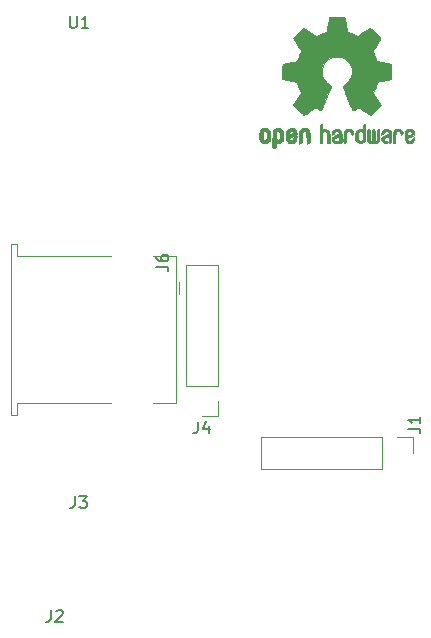
<source format=gbr>
G04 #@! TF.GenerationSoftware,KiCad,Pcbnew,5.1.4*
G04 #@! TF.CreationDate,2019-09-30T21:36:49+02:00*
G04 #@! TF.ProjectId,Multiboard,4d756c74-6962-46f6-9172-642e6b696361,rev?*
G04 #@! TF.SameCoordinates,Original*
G04 #@! TF.FileFunction,Legend,Top*
G04 #@! TF.FilePolarity,Positive*
%FSLAX46Y46*%
G04 Gerber Fmt 4.6, Leading zero omitted, Abs format (unit mm)*
G04 Created by KiCad (PCBNEW 5.1.4) date 2019-09-30 21:36:49*
%MOMM*%
%LPD*%
G04 APERTURE LIST*
%ADD10C,0.010000*%
%ADD11C,0.120000*%
%ADD12C,0.150000*%
G04 APERTURE END LIST*
D10*
G36*
X155149014Y-46268998D02*
G01*
X155307006Y-46269863D01*
X155421347Y-46272205D01*
X155499407Y-46276762D01*
X155548554Y-46284270D01*
X155576159Y-46295466D01*
X155589592Y-46311088D01*
X155596221Y-46331873D01*
X155596865Y-46334563D01*
X155606935Y-46383113D01*
X155625575Y-46478905D01*
X155650845Y-46611743D01*
X155680807Y-46771431D01*
X155713522Y-46947774D01*
X155714664Y-46953967D01*
X155747433Y-47126782D01*
X155778093Y-47279469D01*
X155804664Y-47402871D01*
X155825167Y-47487831D01*
X155837626Y-47525190D01*
X155838220Y-47525852D01*
X155874919Y-47544095D01*
X155950586Y-47574497D01*
X156048878Y-47610493D01*
X156049425Y-47610685D01*
X156173233Y-47657222D01*
X156319196Y-47716504D01*
X156456781Y-47776109D01*
X156463293Y-47779056D01*
X156687390Y-47880765D01*
X157183619Y-47541897D01*
X157335846Y-47438592D01*
X157473741Y-47346237D01*
X157589315Y-47270084D01*
X157674579Y-47215385D01*
X157721544Y-47187393D01*
X157726004Y-47185317D01*
X157760134Y-47194560D01*
X157823881Y-47239156D01*
X157919731Y-47321209D01*
X158050169Y-47442821D01*
X158183328Y-47572205D01*
X158311694Y-47699702D01*
X158426581Y-47816046D01*
X158521073Y-47914052D01*
X158588253Y-47986536D01*
X158621206Y-48026313D01*
X158622432Y-48028361D01*
X158626074Y-48055656D01*
X158612350Y-48100234D01*
X158577869Y-48168112D01*
X158519239Y-48265311D01*
X158433070Y-48397851D01*
X158318200Y-48568476D01*
X158216254Y-48718655D01*
X158125123Y-48853350D01*
X158050073Y-48964740D01*
X157996369Y-49045005D01*
X157969280Y-49086325D01*
X157967574Y-49089130D01*
X157970882Y-49128721D01*
X157995953Y-49205669D01*
X158037798Y-49305432D01*
X158052712Y-49337291D01*
X158117786Y-49479226D01*
X158187212Y-49640273D01*
X158243609Y-49779621D01*
X158284247Y-49883044D01*
X158316526Y-49961642D01*
X158335178Y-50002720D01*
X158337497Y-50005885D01*
X158371803Y-50011128D01*
X158452669Y-50025494D01*
X158569343Y-50046937D01*
X158711075Y-50073413D01*
X158867110Y-50102877D01*
X159026698Y-50133283D01*
X159179085Y-50162588D01*
X159313521Y-50188745D01*
X159419252Y-50209710D01*
X159485526Y-50223439D01*
X159501782Y-50227320D01*
X159518573Y-50236900D01*
X159531249Y-50258536D01*
X159540378Y-50299531D01*
X159546531Y-50367189D01*
X159550280Y-50468812D01*
X159552192Y-50611703D01*
X159552840Y-50803165D01*
X159552874Y-50881645D01*
X159552874Y-51519906D01*
X159399598Y-51550160D01*
X159314322Y-51566564D01*
X159187070Y-51590509D01*
X159033315Y-51619107D01*
X158868534Y-51649467D01*
X158822989Y-51657806D01*
X158670932Y-51687370D01*
X158538468Y-51716442D01*
X158436714Y-51742329D01*
X158376788Y-51762337D01*
X158366805Y-51768301D01*
X158342293Y-51810534D01*
X158307148Y-51892370D01*
X158268173Y-51997683D01*
X158260442Y-52020368D01*
X158209360Y-52161018D01*
X158145954Y-52319714D01*
X158083904Y-52462225D01*
X158083598Y-52462886D01*
X157980267Y-52686440D01*
X158659961Y-53686232D01*
X158223621Y-54123300D01*
X158091649Y-54253381D01*
X157971279Y-54368048D01*
X157869273Y-54461181D01*
X157792391Y-54526658D01*
X157747393Y-54558357D01*
X157740938Y-54560368D01*
X157703040Y-54544529D01*
X157625708Y-54500496D01*
X157517389Y-54433490D01*
X157386532Y-54348734D01*
X157245052Y-54253816D01*
X157101461Y-54156998D01*
X156973435Y-54072751D01*
X156869105Y-54006258D01*
X156796600Y-53962702D01*
X156764158Y-53947264D01*
X156724576Y-53960328D01*
X156649519Y-53994750D01*
X156554468Y-54043380D01*
X156544392Y-54048785D01*
X156416391Y-54112980D01*
X156328618Y-54144463D01*
X156274028Y-54144798D01*
X156245575Y-54115548D01*
X156245410Y-54115138D01*
X156231188Y-54080498D01*
X156197269Y-53998269D01*
X156146284Y-53874814D01*
X156080862Y-53716498D01*
X156003634Y-53529686D01*
X155917229Y-53320742D01*
X155833551Y-53118446D01*
X155741588Y-52895200D01*
X155657150Y-52688392D01*
X155582769Y-52504362D01*
X155520974Y-52349451D01*
X155474297Y-52229996D01*
X155445268Y-52152339D01*
X155436322Y-52123356D01*
X155458756Y-52090110D01*
X155517439Y-52037123D01*
X155595689Y-51978704D01*
X155818534Y-51793952D01*
X155992718Y-51582182D01*
X156116154Y-51347856D01*
X156186754Y-51095434D01*
X156202431Y-50829377D01*
X156191036Y-50706575D01*
X156128950Y-50451793D01*
X156022023Y-50226801D01*
X155876889Y-50033817D01*
X155700178Y-49875061D01*
X155498522Y-49752750D01*
X155278554Y-49669105D01*
X155046906Y-49626344D01*
X154810209Y-49626687D01*
X154575095Y-49672352D01*
X154348196Y-49765559D01*
X154136144Y-49908527D01*
X154047636Y-49989383D01*
X153877889Y-50197007D01*
X153759699Y-50423895D01*
X153692278Y-50663433D01*
X153674840Y-50909007D01*
X153706598Y-51154003D01*
X153786765Y-51391808D01*
X153914555Y-51615807D01*
X154089180Y-51819387D01*
X154284312Y-51978704D01*
X154365591Y-52039602D01*
X154423009Y-52092015D01*
X154443678Y-52123406D01*
X154432856Y-52157639D01*
X154402077Y-52239419D01*
X154353874Y-52362407D01*
X154290778Y-52520263D01*
X154215322Y-52706649D01*
X154130038Y-52915226D01*
X154046219Y-53118496D01*
X153953745Y-53341933D01*
X153868089Y-53548984D01*
X153791882Y-53733286D01*
X153727753Y-53888475D01*
X153678332Y-54008188D01*
X153646248Y-54086061D01*
X153634359Y-54115138D01*
X153606274Y-54144677D01*
X153551949Y-54144591D01*
X153464395Y-54113326D01*
X153336619Y-54049329D01*
X153335608Y-54048785D01*
X153239402Y-53999121D01*
X153161631Y-53962945D01*
X153117777Y-53947408D01*
X153115842Y-53947264D01*
X153082829Y-53963024D01*
X153009946Y-54006850D01*
X152905322Y-54073557D01*
X152777090Y-54157964D01*
X152634948Y-54253816D01*
X152490233Y-54350867D01*
X152359804Y-54435270D01*
X152252110Y-54501801D01*
X152175598Y-54545238D01*
X152139062Y-54560368D01*
X152105418Y-54540482D01*
X152037776Y-54484903D01*
X151942893Y-54399754D01*
X151827530Y-54291153D01*
X151698445Y-54165221D01*
X151656229Y-54123149D01*
X151219739Y-53685931D01*
X151551977Y-53198340D01*
X151652946Y-53048605D01*
X151741562Y-52914220D01*
X151812854Y-52802969D01*
X151861850Y-52722639D01*
X151883578Y-52681014D01*
X151884215Y-52678053D01*
X151872760Y-52638818D01*
X151841949Y-52559895D01*
X151797116Y-52454509D01*
X151765647Y-52383954D01*
X151706808Y-52248876D01*
X151651396Y-52112409D01*
X151608436Y-51997103D01*
X151596766Y-51961977D01*
X151563611Y-51868174D01*
X151531201Y-51795694D01*
X151513399Y-51768301D01*
X151474114Y-51751536D01*
X151388374Y-51727770D01*
X151267303Y-51699697D01*
X151122027Y-51670009D01*
X151057012Y-51657806D01*
X150891913Y-51627468D01*
X150733552Y-51598093D01*
X150597404Y-51572569D01*
X150498943Y-51553785D01*
X150480402Y-51550160D01*
X150327127Y-51519906D01*
X150327127Y-50881645D01*
X150327471Y-50671770D01*
X150328884Y-50512980D01*
X150331936Y-50397973D01*
X150337197Y-50319446D01*
X150345237Y-50270096D01*
X150356627Y-50242619D01*
X150371937Y-50229713D01*
X150378218Y-50227320D01*
X150416104Y-50218833D01*
X150499805Y-50201900D01*
X150618567Y-50178566D01*
X150761639Y-50150875D01*
X150918268Y-50120873D01*
X151077703Y-50090604D01*
X151229191Y-50062115D01*
X151361981Y-50037449D01*
X151465319Y-50018651D01*
X151528455Y-50007767D01*
X151542503Y-50005885D01*
X151555230Y-49980704D01*
X151583400Y-49913622D01*
X151621748Y-49817333D01*
X151636391Y-49779621D01*
X151695452Y-49633921D01*
X151765000Y-49472951D01*
X151827288Y-49337291D01*
X151873121Y-49233561D01*
X151903613Y-49148326D01*
X151913792Y-49096126D01*
X151912169Y-49089130D01*
X151890657Y-49056102D01*
X151841535Y-48982643D01*
X151770077Y-48876577D01*
X151681555Y-48745726D01*
X151581241Y-48597912D01*
X151561406Y-48568734D01*
X151445012Y-48395863D01*
X151359452Y-48264226D01*
X151301316Y-48167761D01*
X151267192Y-48100408D01*
X151253669Y-48056106D01*
X151257336Y-48028794D01*
X151257430Y-48028620D01*
X151286293Y-47992746D01*
X151350133Y-47923391D01*
X151442031Y-47827745D01*
X151555067Y-47712999D01*
X151682321Y-47586341D01*
X151696672Y-47572205D01*
X151857043Y-47416903D01*
X151980805Y-47302870D01*
X152070445Y-47228002D01*
X152128448Y-47190196D01*
X152153996Y-47185317D01*
X152191282Y-47206603D01*
X152268657Y-47255773D01*
X152378133Y-47327575D01*
X152511720Y-47416755D01*
X152661430Y-47518063D01*
X152696382Y-47541897D01*
X153192610Y-47880765D01*
X153416707Y-47779056D01*
X153552989Y-47719783D01*
X153699276Y-47660170D01*
X153825035Y-47612640D01*
X153830575Y-47610685D01*
X153928943Y-47574677D01*
X154004771Y-47544229D01*
X154041718Y-47525905D01*
X154041780Y-47525852D01*
X154053504Y-47492729D01*
X154073432Y-47411267D01*
X154099587Y-47290625D01*
X154129990Y-47139959D01*
X154162663Y-46968428D01*
X154165336Y-46953967D01*
X154198110Y-46777235D01*
X154228198Y-46616810D01*
X154253661Y-46482888D01*
X154272559Y-46385663D01*
X154282953Y-46335332D01*
X154283135Y-46334563D01*
X154289461Y-46313153D01*
X154301761Y-46296988D01*
X154327406Y-46285331D01*
X154373765Y-46277445D01*
X154448208Y-46272593D01*
X154558105Y-46270039D01*
X154710825Y-46269045D01*
X154913738Y-46268874D01*
X154940000Y-46268874D01*
X155149014Y-46268998D01*
X155149014Y-46268998D01*
G37*
X155149014Y-46268998D02*
X155307006Y-46269863D01*
X155421347Y-46272205D01*
X155499407Y-46276762D01*
X155548554Y-46284270D01*
X155576159Y-46295466D01*
X155589592Y-46311088D01*
X155596221Y-46331873D01*
X155596865Y-46334563D01*
X155606935Y-46383113D01*
X155625575Y-46478905D01*
X155650845Y-46611743D01*
X155680807Y-46771431D01*
X155713522Y-46947774D01*
X155714664Y-46953967D01*
X155747433Y-47126782D01*
X155778093Y-47279469D01*
X155804664Y-47402871D01*
X155825167Y-47487831D01*
X155837626Y-47525190D01*
X155838220Y-47525852D01*
X155874919Y-47544095D01*
X155950586Y-47574497D01*
X156048878Y-47610493D01*
X156049425Y-47610685D01*
X156173233Y-47657222D01*
X156319196Y-47716504D01*
X156456781Y-47776109D01*
X156463293Y-47779056D01*
X156687390Y-47880765D01*
X157183619Y-47541897D01*
X157335846Y-47438592D01*
X157473741Y-47346237D01*
X157589315Y-47270084D01*
X157674579Y-47215385D01*
X157721544Y-47187393D01*
X157726004Y-47185317D01*
X157760134Y-47194560D01*
X157823881Y-47239156D01*
X157919731Y-47321209D01*
X158050169Y-47442821D01*
X158183328Y-47572205D01*
X158311694Y-47699702D01*
X158426581Y-47816046D01*
X158521073Y-47914052D01*
X158588253Y-47986536D01*
X158621206Y-48026313D01*
X158622432Y-48028361D01*
X158626074Y-48055656D01*
X158612350Y-48100234D01*
X158577869Y-48168112D01*
X158519239Y-48265311D01*
X158433070Y-48397851D01*
X158318200Y-48568476D01*
X158216254Y-48718655D01*
X158125123Y-48853350D01*
X158050073Y-48964740D01*
X157996369Y-49045005D01*
X157969280Y-49086325D01*
X157967574Y-49089130D01*
X157970882Y-49128721D01*
X157995953Y-49205669D01*
X158037798Y-49305432D01*
X158052712Y-49337291D01*
X158117786Y-49479226D01*
X158187212Y-49640273D01*
X158243609Y-49779621D01*
X158284247Y-49883044D01*
X158316526Y-49961642D01*
X158335178Y-50002720D01*
X158337497Y-50005885D01*
X158371803Y-50011128D01*
X158452669Y-50025494D01*
X158569343Y-50046937D01*
X158711075Y-50073413D01*
X158867110Y-50102877D01*
X159026698Y-50133283D01*
X159179085Y-50162588D01*
X159313521Y-50188745D01*
X159419252Y-50209710D01*
X159485526Y-50223439D01*
X159501782Y-50227320D01*
X159518573Y-50236900D01*
X159531249Y-50258536D01*
X159540378Y-50299531D01*
X159546531Y-50367189D01*
X159550280Y-50468812D01*
X159552192Y-50611703D01*
X159552840Y-50803165D01*
X159552874Y-50881645D01*
X159552874Y-51519906D01*
X159399598Y-51550160D01*
X159314322Y-51566564D01*
X159187070Y-51590509D01*
X159033315Y-51619107D01*
X158868534Y-51649467D01*
X158822989Y-51657806D01*
X158670932Y-51687370D01*
X158538468Y-51716442D01*
X158436714Y-51742329D01*
X158376788Y-51762337D01*
X158366805Y-51768301D01*
X158342293Y-51810534D01*
X158307148Y-51892370D01*
X158268173Y-51997683D01*
X158260442Y-52020368D01*
X158209360Y-52161018D01*
X158145954Y-52319714D01*
X158083904Y-52462225D01*
X158083598Y-52462886D01*
X157980267Y-52686440D01*
X158659961Y-53686232D01*
X158223621Y-54123300D01*
X158091649Y-54253381D01*
X157971279Y-54368048D01*
X157869273Y-54461181D01*
X157792391Y-54526658D01*
X157747393Y-54558357D01*
X157740938Y-54560368D01*
X157703040Y-54544529D01*
X157625708Y-54500496D01*
X157517389Y-54433490D01*
X157386532Y-54348734D01*
X157245052Y-54253816D01*
X157101461Y-54156998D01*
X156973435Y-54072751D01*
X156869105Y-54006258D01*
X156796600Y-53962702D01*
X156764158Y-53947264D01*
X156724576Y-53960328D01*
X156649519Y-53994750D01*
X156554468Y-54043380D01*
X156544392Y-54048785D01*
X156416391Y-54112980D01*
X156328618Y-54144463D01*
X156274028Y-54144798D01*
X156245575Y-54115548D01*
X156245410Y-54115138D01*
X156231188Y-54080498D01*
X156197269Y-53998269D01*
X156146284Y-53874814D01*
X156080862Y-53716498D01*
X156003634Y-53529686D01*
X155917229Y-53320742D01*
X155833551Y-53118446D01*
X155741588Y-52895200D01*
X155657150Y-52688392D01*
X155582769Y-52504362D01*
X155520974Y-52349451D01*
X155474297Y-52229996D01*
X155445268Y-52152339D01*
X155436322Y-52123356D01*
X155458756Y-52090110D01*
X155517439Y-52037123D01*
X155595689Y-51978704D01*
X155818534Y-51793952D01*
X155992718Y-51582182D01*
X156116154Y-51347856D01*
X156186754Y-51095434D01*
X156202431Y-50829377D01*
X156191036Y-50706575D01*
X156128950Y-50451793D01*
X156022023Y-50226801D01*
X155876889Y-50033817D01*
X155700178Y-49875061D01*
X155498522Y-49752750D01*
X155278554Y-49669105D01*
X155046906Y-49626344D01*
X154810209Y-49626687D01*
X154575095Y-49672352D01*
X154348196Y-49765559D01*
X154136144Y-49908527D01*
X154047636Y-49989383D01*
X153877889Y-50197007D01*
X153759699Y-50423895D01*
X153692278Y-50663433D01*
X153674840Y-50909007D01*
X153706598Y-51154003D01*
X153786765Y-51391808D01*
X153914555Y-51615807D01*
X154089180Y-51819387D01*
X154284312Y-51978704D01*
X154365591Y-52039602D01*
X154423009Y-52092015D01*
X154443678Y-52123406D01*
X154432856Y-52157639D01*
X154402077Y-52239419D01*
X154353874Y-52362407D01*
X154290778Y-52520263D01*
X154215322Y-52706649D01*
X154130038Y-52915226D01*
X154046219Y-53118496D01*
X153953745Y-53341933D01*
X153868089Y-53548984D01*
X153791882Y-53733286D01*
X153727753Y-53888475D01*
X153678332Y-54008188D01*
X153646248Y-54086061D01*
X153634359Y-54115138D01*
X153606274Y-54144677D01*
X153551949Y-54144591D01*
X153464395Y-54113326D01*
X153336619Y-54049329D01*
X153335608Y-54048785D01*
X153239402Y-53999121D01*
X153161631Y-53962945D01*
X153117777Y-53947408D01*
X153115842Y-53947264D01*
X153082829Y-53963024D01*
X153009946Y-54006850D01*
X152905322Y-54073557D01*
X152777090Y-54157964D01*
X152634948Y-54253816D01*
X152490233Y-54350867D01*
X152359804Y-54435270D01*
X152252110Y-54501801D01*
X152175598Y-54545238D01*
X152139062Y-54560368D01*
X152105418Y-54540482D01*
X152037776Y-54484903D01*
X151942893Y-54399754D01*
X151827530Y-54291153D01*
X151698445Y-54165221D01*
X151656229Y-54123149D01*
X151219739Y-53685931D01*
X151551977Y-53198340D01*
X151652946Y-53048605D01*
X151741562Y-52914220D01*
X151812854Y-52802969D01*
X151861850Y-52722639D01*
X151883578Y-52681014D01*
X151884215Y-52678053D01*
X151872760Y-52638818D01*
X151841949Y-52559895D01*
X151797116Y-52454509D01*
X151765647Y-52383954D01*
X151706808Y-52248876D01*
X151651396Y-52112409D01*
X151608436Y-51997103D01*
X151596766Y-51961977D01*
X151563611Y-51868174D01*
X151531201Y-51795694D01*
X151513399Y-51768301D01*
X151474114Y-51751536D01*
X151388374Y-51727770D01*
X151267303Y-51699697D01*
X151122027Y-51670009D01*
X151057012Y-51657806D01*
X150891913Y-51627468D01*
X150733552Y-51598093D01*
X150597404Y-51572569D01*
X150498943Y-51553785D01*
X150480402Y-51550160D01*
X150327127Y-51519906D01*
X150327127Y-50881645D01*
X150327471Y-50671770D01*
X150328884Y-50512980D01*
X150331936Y-50397973D01*
X150337197Y-50319446D01*
X150345237Y-50270096D01*
X150356627Y-50242619D01*
X150371937Y-50229713D01*
X150378218Y-50227320D01*
X150416104Y-50218833D01*
X150499805Y-50201900D01*
X150618567Y-50178566D01*
X150761639Y-50150875D01*
X150918268Y-50120873D01*
X151077703Y-50090604D01*
X151229191Y-50062115D01*
X151361981Y-50037449D01*
X151465319Y-50018651D01*
X151528455Y-50007767D01*
X151542503Y-50005885D01*
X151555230Y-49980704D01*
X151583400Y-49913622D01*
X151621748Y-49817333D01*
X151636391Y-49779621D01*
X151695452Y-49633921D01*
X151765000Y-49472951D01*
X151827288Y-49337291D01*
X151873121Y-49233561D01*
X151903613Y-49148326D01*
X151913792Y-49096126D01*
X151912169Y-49089130D01*
X151890657Y-49056102D01*
X151841535Y-48982643D01*
X151770077Y-48876577D01*
X151681555Y-48745726D01*
X151581241Y-48597912D01*
X151561406Y-48568734D01*
X151445012Y-48395863D01*
X151359452Y-48264226D01*
X151301316Y-48167761D01*
X151267192Y-48100408D01*
X151253669Y-48056106D01*
X151257336Y-48028794D01*
X151257430Y-48028620D01*
X151286293Y-47992746D01*
X151350133Y-47923391D01*
X151442031Y-47827745D01*
X151555067Y-47712999D01*
X151682321Y-47586341D01*
X151696672Y-47572205D01*
X151857043Y-47416903D01*
X151980805Y-47302870D01*
X152070445Y-47228002D01*
X152128448Y-47190196D01*
X152153996Y-47185317D01*
X152191282Y-47206603D01*
X152268657Y-47255773D01*
X152378133Y-47327575D01*
X152511720Y-47416755D01*
X152661430Y-47518063D01*
X152696382Y-47541897D01*
X153192610Y-47880765D01*
X153416707Y-47779056D01*
X153552989Y-47719783D01*
X153699276Y-47660170D01*
X153825035Y-47612640D01*
X153830575Y-47610685D01*
X153928943Y-47574677D01*
X154004771Y-47544229D01*
X154041718Y-47525905D01*
X154041780Y-47525852D01*
X154053504Y-47492729D01*
X154073432Y-47411267D01*
X154099587Y-47290625D01*
X154129990Y-47139959D01*
X154162663Y-46968428D01*
X154165336Y-46953967D01*
X154198110Y-46777235D01*
X154228198Y-46616810D01*
X154253661Y-46482888D01*
X154272559Y-46385663D01*
X154282953Y-46335332D01*
X154283135Y-46334563D01*
X154289461Y-46313153D01*
X154301761Y-46296988D01*
X154327406Y-46285331D01*
X154373765Y-46277445D01*
X154448208Y-46272593D01*
X154558105Y-46270039D01*
X154710825Y-46269045D01*
X154913738Y-46268874D01*
X154940000Y-46268874D01*
X155149014Y-46268998D01*
G36*
X161283439Y-55772540D02*
G01*
X161398950Y-55848034D01*
X161454664Y-55915617D01*
X161498804Y-56038255D01*
X161502309Y-56135298D01*
X161494368Y-56265056D01*
X161195115Y-56396039D01*
X161049611Y-56462958D01*
X160954537Y-56516790D01*
X160905101Y-56563416D01*
X160896511Y-56608720D01*
X160923972Y-56658582D01*
X160954253Y-56691632D01*
X161042363Y-56744633D01*
X161138196Y-56748347D01*
X161226212Y-56707041D01*
X161290869Y-56624983D01*
X161302433Y-56596008D01*
X161357825Y-56505509D01*
X161421553Y-56466940D01*
X161508966Y-56433946D01*
X161508966Y-56559034D01*
X161501238Y-56644156D01*
X161470966Y-56715938D01*
X161407518Y-56798356D01*
X161398088Y-56809066D01*
X161327513Y-56882391D01*
X161266847Y-56921742D01*
X161190950Y-56939845D01*
X161128030Y-56945774D01*
X161015487Y-56947251D01*
X160935370Y-56928535D01*
X160885390Y-56900747D01*
X160806838Y-56839641D01*
X160752463Y-56773554D01*
X160718052Y-56690441D01*
X160699388Y-56578254D01*
X160692256Y-56424946D01*
X160691687Y-56347136D01*
X160693622Y-56253853D01*
X160869899Y-56253853D01*
X160871944Y-56303896D01*
X160877039Y-56312092D01*
X160910666Y-56300958D01*
X160983030Y-56271493D01*
X161079747Y-56229601D01*
X161099973Y-56220597D01*
X161222203Y-56158442D01*
X161289547Y-56103815D01*
X161304348Y-56052649D01*
X161268947Y-56000876D01*
X161239711Y-55978000D01*
X161134216Y-55932250D01*
X161035476Y-55939808D01*
X160952812Y-55995651D01*
X160895548Y-56094753D01*
X160877188Y-56173414D01*
X160869899Y-56253853D01*
X160693622Y-56253853D01*
X160695459Y-56165351D01*
X160709359Y-56030853D01*
X160736894Y-55932916D01*
X160781572Y-55860811D01*
X160846901Y-55803813D01*
X160875383Y-55785393D01*
X161004763Y-55737422D01*
X161146412Y-55734403D01*
X161283439Y-55772540D01*
X161283439Y-55772540D01*
G37*
X161283439Y-55772540D02*
X161398950Y-55848034D01*
X161454664Y-55915617D01*
X161498804Y-56038255D01*
X161502309Y-56135298D01*
X161494368Y-56265056D01*
X161195115Y-56396039D01*
X161049611Y-56462958D01*
X160954537Y-56516790D01*
X160905101Y-56563416D01*
X160896511Y-56608720D01*
X160923972Y-56658582D01*
X160954253Y-56691632D01*
X161042363Y-56744633D01*
X161138196Y-56748347D01*
X161226212Y-56707041D01*
X161290869Y-56624983D01*
X161302433Y-56596008D01*
X161357825Y-56505509D01*
X161421553Y-56466940D01*
X161508966Y-56433946D01*
X161508966Y-56559034D01*
X161501238Y-56644156D01*
X161470966Y-56715938D01*
X161407518Y-56798356D01*
X161398088Y-56809066D01*
X161327513Y-56882391D01*
X161266847Y-56921742D01*
X161190950Y-56939845D01*
X161128030Y-56945774D01*
X161015487Y-56947251D01*
X160935370Y-56928535D01*
X160885390Y-56900747D01*
X160806838Y-56839641D01*
X160752463Y-56773554D01*
X160718052Y-56690441D01*
X160699388Y-56578254D01*
X160692256Y-56424946D01*
X160691687Y-56347136D01*
X160693622Y-56253853D01*
X160869899Y-56253853D01*
X160871944Y-56303896D01*
X160877039Y-56312092D01*
X160910666Y-56300958D01*
X160983030Y-56271493D01*
X161079747Y-56229601D01*
X161099973Y-56220597D01*
X161222203Y-56158442D01*
X161289547Y-56103815D01*
X161304348Y-56052649D01*
X161268947Y-56000876D01*
X161239711Y-55978000D01*
X161134216Y-55932250D01*
X161035476Y-55939808D01*
X160952812Y-55995651D01*
X160895548Y-56094753D01*
X160877188Y-56173414D01*
X160869899Y-56253853D01*
X160693622Y-56253853D01*
X160695459Y-56165351D01*
X160709359Y-56030853D01*
X160736894Y-55932916D01*
X160781572Y-55860811D01*
X160846901Y-55803813D01*
X160875383Y-55785393D01*
X161004763Y-55737422D01*
X161146412Y-55734403D01*
X161283439Y-55772540D01*
G36*
X160275690Y-55756018D02*
G01*
X160310585Y-55771269D01*
X160393877Y-55837235D01*
X160465103Y-55932618D01*
X160509153Y-56034406D01*
X160516322Y-56084587D01*
X160492285Y-56154647D01*
X160439561Y-56191717D01*
X160383031Y-56214164D01*
X160357146Y-56218300D01*
X160344542Y-56188283D01*
X160319654Y-56122961D01*
X160308735Y-56093445D01*
X160247508Y-55991348D01*
X160158861Y-55940423D01*
X160045193Y-55941989D01*
X160036774Y-55943994D01*
X159976088Y-55972767D01*
X159931474Y-56028859D01*
X159901002Y-56119163D01*
X159882744Y-56250571D01*
X159874771Y-56429974D01*
X159874023Y-56525433D01*
X159873652Y-56675913D01*
X159871223Y-56778495D01*
X159864760Y-56843672D01*
X159852288Y-56881938D01*
X159831833Y-56903785D01*
X159801419Y-56919707D01*
X159799661Y-56920509D01*
X159741091Y-56945272D01*
X159712075Y-56954391D01*
X159707616Y-56926822D01*
X159703799Y-56850620D01*
X159700899Y-56735541D01*
X159699191Y-56591341D01*
X159698851Y-56485814D01*
X159700588Y-56281613D01*
X159707382Y-56126697D01*
X159721607Y-56012024D01*
X159745638Y-55928551D01*
X159781848Y-55867236D01*
X159832612Y-55819034D01*
X159882739Y-55785393D01*
X160003275Y-55740619D01*
X160143557Y-55730521D01*
X160275690Y-55756018D01*
X160275690Y-55756018D01*
G37*
X160275690Y-55756018D02*
X160310585Y-55771269D01*
X160393877Y-55837235D01*
X160465103Y-55932618D01*
X160509153Y-56034406D01*
X160516322Y-56084587D01*
X160492285Y-56154647D01*
X160439561Y-56191717D01*
X160383031Y-56214164D01*
X160357146Y-56218300D01*
X160344542Y-56188283D01*
X160319654Y-56122961D01*
X160308735Y-56093445D01*
X160247508Y-55991348D01*
X160158861Y-55940423D01*
X160045193Y-55941989D01*
X160036774Y-55943994D01*
X159976088Y-55972767D01*
X159931474Y-56028859D01*
X159901002Y-56119163D01*
X159882744Y-56250571D01*
X159874771Y-56429974D01*
X159874023Y-56525433D01*
X159873652Y-56675913D01*
X159871223Y-56778495D01*
X159864760Y-56843672D01*
X159852288Y-56881938D01*
X159831833Y-56903785D01*
X159801419Y-56919707D01*
X159799661Y-56920509D01*
X159741091Y-56945272D01*
X159712075Y-56954391D01*
X159707616Y-56926822D01*
X159703799Y-56850620D01*
X159700899Y-56735541D01*
X159699191Y-56591341D01*
X159698851Y-56485814D01*
X159700588Y-56281613D01*
X159707382Y-56126697D01*
X159721607Y-56012024D01*
X159745638Y-55928551D01*
X159781848Y-55867236D01*
X159832612Y-55819034D01*
X159882739Y-55785393D01*
X160003275Y-55740619D01*
X160143557Y-55730521D01*
X160275690Y-55756018D01*
G36*
X159254406Y-55751156D02*
G01*
X159338469Y-55789393D01*
X159404450Y-55835726D01*
X159452794Y-55887532D01*
X159486172Y-55954363D01*
X159507253Y-56045769D01*
X159518707Y-56171301D01*
X159523203Y-56340508D01*
X159523678Y-56451933D01*
X159523678Y-56886627D01*
X159449316Y-56920509D01*
X159390746Y-56945272D01*
X159361730Y-56954391D01*
X159356179Y-56927257D01*
X159351775Y-56854094D01*
X159349078Y-56747263D01*
X159348506Y-56662437D01*
X159346046Y-56539887D01*
X159339412Y-56442668D01*
X159329726Y-56383134D01*
X159322032Y-56370483D01*
X159270311Y-56383402D01*
X159189117Y-56416539D01*
X159095102Y-56461461D01*
X159004917Y-56509735D01*
X158935215Y-56552928D01*
X158902648Y-56582608D01*
X158902519Y-56582929D01*
X158905320Y-56637857D01*
X158930439Y-56690292D01*
X158974541Y-56732881D01*
X159038909Y-56747126D01*
X159093921Y-56745466D01*
X159171835Y-56744245D01*
X159212732Y-56762498D01*
X159237295Y-56810726D01*
X159240392Y-56819820D01*
X159251040Y-56888598D01*
X159222565Y-56930360D01*
X159148344Y-56950263D01*
X159068168Y-56953944D01*
X158923890Y-56926658D01*
X158849203Y-56887690D01*
X158756963Y-56796148D01*
X158708043Y-56683782D01*
X158703654Y-56565051D01*
X158745001Y-56454411D01*
X158807197Y-56385080D01*
X158869294Y-56346265D01*
X158966895Y-56297125D01*
X159080632Y-56247292D01*
X159099590Y-56239677D01*
X159224521Y-56184545D01*
X159296539Y-56135954D01*
X159319700Y-56087647D01*
X159298064Y-56033370D01*
X159260920Y-55990943D01*
X159173127Y-55938702D01*
X159076530Y-55934784D01*
X158987944Y-55975041D01*
X158924186Y-56055326D01*
X158915817Y-56076040D01*
X158867096Y-56152225D01*
X158795965Y-56208785D01*
X158706207Y-56255201D01*
X158706207Y-56123584D01*
X158711490Y-56043168D01*
X158734142Y-55979786D01*
X158784367Y-55912163D01*
X158832582Y-55860076D01*
X158907554Y-55786322D01*
X158965806Y-55746702D01*
X159028372Y-55730810D01*
X159099193Y-55728184D01*
X159254406Y-55751156D01*
X159254406Y-55751156D01*
G37*
X159254406Y-55751156D02*
X159338469Y-55789393D01*
X159404450Y-55835726D01*
X159452794Y-55887532D01*
X159486172Y-55954363D01*
X159507253Y-56045769D01*
X159518707Y-56171301D01*
X159523203Y-56340508D01*
X159523678Y-56451933D01*
X159523678Y-56886627D01*
X159449316Y-56920509D01*
X159390746Y-56945272D01*
X159361730Y-56954391D01*
X159356179Y-56927257D01*
X159351775Y-56854094D01*
X159349078Y-56747263D01*
X159348506Y-56662437D01*
X159346046Y-56539887D01*
X159339412Y-56442668D01*
X159329726Y-56383134D01*
X159322032Y-56370483D01*
X159270311Y-56383402D01*
X159189117Y-56416539D01*
X159095102Y-56461461D01*
X159004917Y-56509735D01*
X158935215Y-56552928D01*
X158902648Y-56582608D01*
X158902519Y-56582929D01*
X158905320Y-56637857D01*
X158930439Y-56690292D01*
X158974541Y-56732881D01*
X159038909Y-56747126D01*
X159093921Y-56745466D01*
X159171835Y-56744245D01*
X159212732Y-56762498D01*
X159237295Y-56810726D01*
X159240392Y-56819820D01*
X159251040Y-56888598D01*
X159222565Y-56930360D01*
X159148344Y-56950263D01*
X159068168Y-56953944D01*
X158923890Y-56926658D01*
X158849203Y-56887690D01*
X158756963Y-56796148D01*
X158708043Y-56683782D01*
X158703654Y-56565051D01*
X158745001Y-56454411D01*
X158807197Y-56385080D01*
X158869294Y-56346265D01*
X158966895Y-56297125D01*
X159080632Y-56247292D01*
X159099590Y-56239677D01*
X159224521Y-56184545D01*
X159296539Y-56135954D01*
X159319700Y-56087647D01*
X159298064Y-56033370D01*
X159260920Y-55990943D01*
X159173127Y-55938702D01*
X159076530Y-55934784D01*
X158987944Y-55975041D01*
X158924186Y-56055326D01*
X158915817Y-56076040D01*
X158867096Y-56152225D01*
X158795965Y-56208785D01*
X158706207Y-56255201D01*
X158706207Y-56123584D01*
X158711490Y-56043168D01*
X158734142Y-55979786D01*
X158784367Y-55912163D01*
X158832582Y-55860076D01*
X158907554Y-55786322D01*
X158965806Y-55746702D01*
X159028372Y-55730810D01*
X159099193Y-55728184D01*
X159254406Y-55751156D01*
G36*
X158520124Y-55755840D02*
G01*
X158524579Y-55832653D01*
X158528071Y-55949391D01*
X158530315Y-56096821D01*
X158531035Y-56251455D01*
X158531035Y-56774727D01*
X158438645Y-56867117D01*
X158374978Y-56924047D01*
X158319089Y-56947107D01*
X158242702Y-56945647D01*
X158212380Y-56941934D01*
X158117610Y-56931126D01*
X158039222Y-56924933D01*
X158020115Y-56924361D01*
X157955699Y-56928102D01*
X157863571Y-56937494D01*
X157827850Y-56941934D01*
X157740114Y-56948801D01*
X157681153Y-56933885D01*
X157622690Y-56887835D01*
X157601585Y-56867117D01*
X157509195Y-56774727D01*
X157509195Y-55795947D01*
X157583558Y-55762066D01*
X157647590Y-55736970D01*
X157685052Y-55728184D01*
X157694657Y-55755950D01*
X157703635Y-55833530D01*
X157711386Y-55952348D01*
X157717314Y-56103828D01*
X157720173Y-56231805D01*
X157728161Y-56735425D01*
X157797848Y-56745278D01*
X157861229Y-56738389D01*
X157892286Y-56716083D01*
X157900967Y-56674379D01*
X157908378Y-56585544D01*
X157913931Y-56460834D01*
X157917036Y-56311507D01*
X157917484Y-56234661D01*
X157917931Y-55792287D01*
X158009874Y-55760235D01*
X158074949Y-55738443D01*
X158110347Y-55728281D01*
X158111368Y-55728184D01*
X158114920Y-55755809D01*
X158118823Y-55832411D01*
X158122751Y-55948579D01*
X158126376Y-56094904D01*
X158128908Y-56231805D01*
X158136897Y-56735425D01*
X158312069Y-56735425D01*
X158320107Y-56275965D01*
X158328146Y-55816505D01*
X158413543Y-55772344D01*
X158476593Y-55742019D01*
X158513910Y-55728258D01*
X158514987Y-55728184D01*
X158520124Y-55755840D01*
X158520124Y-55755840D01*
G37*
X158520124Y-55755840D02*
X158524579Y-55832653D01*
X158528071Y-55949391D01*
X158530315Y-56096821D01*
X158531035Y-56251455D01*
X158531035Y-56774727D01*
X158438645Y-56867117D01*
X158374978Y-56924047D01*
X158319089Y-56947107D01*
X158242702Y-56945647D01*
X158212380Y-56941934D01*
X158117610Y-56931126D01*
X158039222Y-56924933D01*
X158020115Y-56924361D01*
X157955699Y-56928102D01*
X157863571Y-56937494D01*
X157827850Y-56941934D01*
X157740114Y-56948801D01*
X157681153Y-56933885D01*
X157622690Y-56887835D01*
X157601585Y-56867117D01*
X157509195Y-56774727D01*
X157509195Y-55795947D01*
X157583558Y-55762066D01*
X157647590Y-55736970D01*
X157685052Y-55728184D01*
X157694657Y-55755950D01*
X157703635Y-55833530D01*
X157711386Y-55952348D01*
X157717314Y-56103828D01*
X157720173Y-56231805D01*
X157728161Y-56735425D01*
X157797848Y-56745278D01*
X157861229Y-56738389D01*
X157892286Y-56716083D01*
X157900967Y-56674379D01*
X157908378Y-56585544D01*
X157913931Y-56460834D01*
X157917036Y-56311507D01*
X157917484Y-56234661D01*
X157917931Y-55792287D01*
X158009874Y-55760235D01*
X158074949Y-55738443D01*
X158110347Y-55728281D01*
X158111368Y-55728184D01*
X158114920Y-55755809D01*
X158118823Y-55832411D01*
X158122751Y-55948579D01*
X158126376Y-56094904D01*
X158128908Y-56231805D01*
X158136897Y-56735425D01*
X158312069Y-56735425D01*
X158320107Y-56275965D01*
X158328146Y-55816505D01*
X158413543Y-55772344D01*
X158476593Y-55742019D01*
X158513910Y-55728258D01*
X158514987Y-55728184D01*
X158520124Y-55755840D01*
G36*
X157333914Y-55970455D02*
G01*
X157333543Y-56188661D01*
X157332108Y-56356519D01*
X157329002Y-56482070D01*
X157323622Y-56573355D01*
X157315362Y-56638415D01*
X157303616Y-56685291D01*
X157287781Y-56722024D01*
X157275790Y-56742991D01*
X157176490Y-56856694D01*
X157050588Y-56927965D01*
X156911291Y-56953538D01*
X156771805Y-56930150D01*
X156688743Y-56888119D01*
X156601545Y-56815411D01*
X156542117Y-56726612D01*
X156506261Y-56610320D01*
X156489781Y-56455135D01*
X156487447Y-56341287D01*
X156487761Y-56333106D01*
X156691724Y-56333106D01*
X156692970Y-56463657D01*
X156698678Y-56550080D01*
X156711804Y-56606618D01*
X156735306Y-56647514D01*
X156763386Y-56678362D01*
X156857688Y-56737905D01*
X156958940Y-56742992D01*
X157054636Y-56693279D01*
X157062084Y-56686543D01*
X157093874Y-56651502D01*
X157113808Y-56609811D01*
X157124600Y-56547762D01*
X157128965Y-56451644D01*
X157129655Y-56345379D01*
X157128159Y-56211880D01*
X157121964Y-56122822D01*
X157108514Y-56064293D01*
X157085251Y-56022382D01*
X157066175Y-56000123D01*
X156977563Y-55943985D01*
X156875508Y-55937235D01*
X156778095Y-55980114D01*
X156759296Y-55996032D01*
X156727293Y-56031382D01*
X156707318Y-56073502D01*
X156696593Y-56136251D01*
X156692339Y-56233487D01*
X156691724Y-56333106D01*
X156487761Y-56333106D01*
X156494504Y-56157947D01*
X156518472Y-56020195D01*
X156563548Y-55916632D01*
X156633928Y-55835856D01*
X156688743Y-55794455D01*
X156788376Y-55749728D01*
X156903855Y-55728967D01*
X157011199Y-55734525D01*
X157071264Y-55756943D01*
X157094835Y-55763323D01*
X157110477Y-55739535D01*
X157121395Y-55675788D01*
X157129655Y-55578687D01*
X157138699Y-55470541D01*
X157151261Y-55405475D01*
X157174119Y-55368268D01*
X157214051Y-55343699D01*
X157239138Y-55332819D01*
X157334023Y-55293072D01*
X157333914Y-55970455D01*
X157333914Y-55970455D01*
G37*
X157333914Y-55970455D02*
X157333543Y-56188661D01*
X157332108Y-56356519D01*
X157329002Y-56482070D01*
X157323622Y-56573355D01*
X157315362Y-56638415D01*
X157303616Y-56685291D01*
X157287781Y-56722024D01*
X157275790Y-56742991D01*
X157176490Y-56856694D01*
X157050588Y-56927965D01*
X156911291Y-56953538D01*
X156771805Y-56930150D01*
X156688743Y-56888119D01*
X156601545Y-56815411D01*
X156542117Y-56726612D01*
X156506261Y-56610320D01*
X156489781Y-56455135D01*
X156487447Y-56341287D01*
X156487761Y-56333106D01*
X156691724Y-56333106D01*
X156692970Y-56463657D01*
X156698678Y-56550080D01*
X156711804Y-56606618D01*
X156735306Y-56647514D01*
X156763386Y-56678362D01*
X156857688Y-56737905D01*
X156958940Y-56742992D01*
X157054636Y-56693279D01*
X157062084Y-56686543D01*
X157093874Y-56651502D01*
X157113808Y-56609811D01*
X157124600Y-56547762D01*
X157128965Y-56451644D01*
X157129655Y-56345379D01*
X157128159Y-56211880D01*
X157121964Y-56122822D01*
X157108514Y-56064293D01*
X157085251Y-56022382D01*
X157066175Y-56000123D01*
X156977563Y-55943985D01*
X156875508Y-55937235D01*
X156778095Y-55980114D01*
X156759296Y-55996032D01*
X156727293Y-56031382D01*
X156707318Y-56073502D01*
X156696593Y-56136251D01*
X156692339Y-56233487D01*
X156691724Y-56333106D01*
X156487761Y-56333106D01*
X156494504Y-56157947D01*
X156518472Y-56020195D01*
X156563548Y-55916632D01*
X156633928Y-55835856D01*
X156688743Y-55794455D01*
X156788376Y-55749728D01*
X156903855Y-55728967D01*
X157011199Y-55734525D01*
X157071264Y-55756943D01*
X157094835Y-55763323D01*
X157110477Y-55739535D01*
X157121395Y-55675788D01*
X157129655Y-55578687D01*
X157138699Y-55470541D01*
X157151261Y-55405475D01*
X157174119Y-55368268D01*
X157214051Y-55343699D01*
X157239138Y-55332819D01*
X157334023Y-55293072D01*
X157333914Y-55970455D01*
G36*
X156005943Y-55737920D02*
G01*
X156138565Y-55786859D01*
X156246010Y-55873419D01*
X156288032Y-55934352D01*
X156333843Y-56046161D01*
X156332891Y-56127006D01*
X156284808Y-56181378D01*
X156267017Y-56190624D01*
X156190204Y-56219450D01*
X156150976Y-56212065D01*
X156137689Y-56163658D01*
X156137012Y-56136920D01*
X156112686Y-56038548D01*
X156049281Y-55969734D01*
X155961154Y-55936498D01*
X155862663Y-55944861D01*
X155782602Y-55988296D01*
X155755561Y-56013072D01*
X155736394Y-56043129D01*
X155723446Y-56088565D01*
X155715064Y-56159476D01*
X155709593Y-56265960D01*
X155705378Y-56418112D01*
X155704287Y-56466287D01*
X155700307Y-56631095D01*
X155695781Y-56747088D01*
X155688995Y-56823833D01*
X155678231Y-56870893D01*
X155661773Y-56897835D01*
X155637906Y-56914223D01*
X155622626Y-56921463D01*
X155557733Y-56946220D01*
X155519534Y-56954391D01*
X155506912Y-56927103D01*
X155499208Y-56844603D01*
X155496380Y-56705941D01*
X155498386Y-56510162D01*
X155499011Y-56479965D01*
X155503421Y-56301349D01*
X155508635Y-56170923D01*
X155516055Y-56078492D01*
X155527082Y-56013858D01*
X155543117Y-55966825D01*
X155565561Y-55927196D01*
X155577302Y-55910215D01*
X155644619Y-55835080D01*
X155719910Y-55776638D01*
X155729128Y-55771536D01*
X155864133Y-55731260D01*
X156005943Y-55737920D01*
X156005943Y-55737920D01*
G37*
X156005943Y-55737920D02*
X156138565Y-55786859D01*
X156246010Y-55873419D01*
X156288032Y-55934352D01*
X156333843Y-56046161D01*
X156332891Y-56127006D01*
X156284808Y-56181378D01*
X156267017Y-56190624D01*
X156190204Y-56219450D01*
X156150976Y-56212065D01*
X156137689Y-56163658D01*
X156137012Y-56136920D01*
X156112686Y-56038548D01*
X156049281Y-55969734D01*
X155961154Y-55936498D01*
X155862663Y-55944861D01*
X155782602Y-55988296D01*
X155755561Y-56013072D01*
X155736394Y-56043129D01*
X155723446Y-56088565D01*
X155715064Y-56159476D01*
X155709593Y-56265960D01*
X155705378Y-56418112D01*
X155704287Y-56466287D01*
X155700307Y-56631095D01*
X155695781Y-56747088D01*
X155688995Y-56823833D01*
X155678231Y-56870893D01*
X155661773Y-56897835D01*
X155637906Y-56914223D01*
X155622626Y-56921463D01*
X155557733Y-56946220D01*
X155519534Y-56954391D01*
X155506912Y-56927103D01*
X155499208Y-56844603D01*
X155496380Y-56705941D01*
X155498386Y-56510162D01*
X155499011Y-56479965D01*
X155503421Y-56301349D01*
X155508635Y-56170923D01*
X155516055Y-56078492D01*
X155527082Y-56013858D01*
X155543117Y-55966825D01*
X155565561Y-55927196D01*
X155577302Y-55910215D01*
X155644619Y-55835080D01*
X155719910Y-55776638D01*
X155729128Y-55771536D01*
X155864133Y-55731260D01*
X156005943Y-55737920D01*
G36*
X155019944Y-55740360D02*
G01*
X155134343Y-55782842D01*
X155135652Y-55783658D01*
X155206403Y-55835730D01*
X155258636Y-55896584D01*
X155295371Y-55975887D01*
X155319634Y-56083309D01*
X155334445Y-56228517D01*
X155342829Y-56421179D01*
X155343564Y-56448628D01*
X155354120Y-56862521D01*
X155265291Y-56908456D01*
X155201018Y-56939498D01*
X155162210Y-56954206D01*
X155160415Y-56954391D01*
X155153700Y-56927250D01*
X155148365Y-56854041D01*
X155145083Y-56747081D01*
X155144368Y-56660469D01*
X155144351Y-56520162D01*
X155137937Y-56432051D01*
X155115580Y-56390025D01*
X155067732Y-56387975D01*
X154984849Y-56419790D01*
X154859713Y-56478272D01*
X154767697Y-56526845D01*
X154720371Y-56568986D01*
X154706458Y-56614916D01*
X154706437Y-56617189D01*
X154729395Y-56696311D01*
X154797370Y-56739055D01*
X154901398Y-56745246D01*
X154976330Y-56744172D01*
X155015839Y-56765753D01*
X155040478Y-56817591D01*
X155054659Y-56883632D01*
X155034223Y-56921104D01*
X155026528Y-56926467D01*
X154954083Y-56948006D01*
X154852633Y-56951055D01*
X154748157Y-56936778D01*
X154674125Y-56910688D01*
X154571772Y-56823785D01*
X154513591Y-56702816D01*
X154502069Y-56608308D01*
X154510862Y-56523062D01*
X154542680Y-56453476D01*
X154605684Y-56391672D01*
X154708031Y-56329772D01*
X154857882Y-56259897D01*
X154867012Y-56255948D01*
X155001997Y-56193588D01*
X155085294Y-56142446D01*
X155120997Y-56096488D01*
X155113203Y-56049683D01*
X155066007Y-55995998D01*
X155051894Y-55983644D01*
X154957359Y-55935741D01*
X154859406Y-55937758D01*
X154774097Y-55984724D01*
X154717496Y-56071669D01*
X154712237Y-56088734D01*
X154661023Y-56171504D01*
X154596037Y-56211372D01*
X154502069Y-56250882D01*
X154502069Y-56148658D01*
X154530653Y-56000072D01*
X154615495Y-55863784D01*
X154659645Y-55818191D01*
X154760005Y-55759674D01*
X154887635Y-55733184D01*
X155019944Y-55740360D01*
X155019944Y-55740360D01*
G37*
X155019944Y-55740360D02*
X155134343Y-55782842D01*
X155135652Y-55783658D01*
X155206403Y-55835730D01*
X155258636Y-55896584D01*
X155295371Y-55975887D01*
X155319634Y-56083309D01*
X155334445Y-56228517D01*
X155342829Y-56421179D01*
X155343564Y-56448628D01*
X155354120Y-56862521D01*
X155265291Y-56908456D01*
X155201018Y-56939498D01*
X155162210Y-56954206D01*
X155160415Y-56954391D01*
X155153700Y-56927250D01*
X155148365Y-56854041D01*
X155145083Y-56747081D01*
X155144368Y-56660469D01*
X155144351Y-56520162D01*
X155137937Y-56432051D01*
X155115580Y-56390025D01*
X155067732Y-56387975D01*
X154984849Y-56419790D01*
X154859713Y-56478272D01*
X154767697Y-56526845D01*
X154720371Y-56568986D01*
X154706458Y-56614916D01*
X154706437Y-56617189D01*
X154729395Y-56696311D01*
X154797370Y-56739055D01*
X154901398Y-56745246D01*
X154976330Y-56744172D01*
X155015839Y-56765753D01*
X155040478Y-56817591D01*
X155054659Y-56883632D01*
X155034223Y-56921104D01*
X155026528Y-56926467D01*
X154954083Y-56948006D01*
X154852633Y-56951055D01*
X154748157Y-56936778D01*
X154674125Y-56910688D01*
X154571772Y-56823785D01*
X154513591Y-56702816D01*
X154502069Y-56608308D01*
X154510862Y-56523062D01*
X154542680Y-56453476D01*
X154605684Y-56391672D01*
X154708031Y-56329772D01*
X154857882Y-56259897D01*
X154867012Y-56255948D01*
X155001997Y-56193588D01*
X155085294Y-56142446D01*
X155120997Y-56096488D01*
X155113203Y-56049683D01*
X155066007Y-55995998D01*
X155051894Y-55983644D01*
X154957359Y-55935741D01*
X154859406Y-55937758D01*
X154774097Y-55984724D01*
X154717496Y-56071669D01*
X154712237Y-56088734D01*
X154661023Y-56171504D01*
X154596037Y-56211372D01*
X154502069Y-56250882D01*
X154502069Y-56148658D01*
X154530653Y-56000072D01*
X154615495Y-55863784D01*
X154659645Y-55818191D01*
X154760005Y-55759674D01*
X154887635Y-55733184D01*
X155019944Y-55740360D01*
G36*
X153684598Y-55539857D02*
G01*
X153693154Y-55659188D01*
X153702981Y-55729506D01*
X153716599Y-55760179D01*
X153736527Y-55760571D01*
X153742989Y-55756910D01*
X153828940Y-55730398D01*
X153940745Y-55731946D01*
X154054414Y-55759199D01*
X154125510Y-55794455D01*
X154198405Y-55850778D01*
X154251693Y-55914519D01*
X154288275Y-55995510D01*
X154311050Y-56103586D01*
X154322919Y-56248580D01*
X154326782Y-56440326D01*
X154326851Y-56477109D01*
X154326897Y-56890288D01*
X154234954Y-56922339D01*
X154169652Y-56944144D01*
X154133824Y-56954297D01*
X154132770Y-56954391D01*
X154129242Y-56926860D01*
X154126239Y-56850923D01*
X154123990Y-56736565D01*
X154122724Y-56593769D01*
X154122529Y-56506951D01*
X154122123Y-56335773D01*
X154120032Y-56213088D01*
X154114947Y-56129000D01*
X154105560Y-56073614D01*
X154090561Y-56037032D01*
X154068642Y-56009359D01*
X154054957Y-55996032D01*
X153960949Y-55942328D01*
X153858364Y-55938307D01*
X153765290Y-55983725D01*
X153748078Y-56000123D01*
X153722832Y-56030957D01*
X153705320Y-56067531D01*
X153694142Y-56120415D01*
X153687896Y-56200177D01*
X153685182Y-56317385D01*
X153684598Y-56478991D01*
X153684598Y-56890288D01*
X153592655Y-56922339D01*
X153527353Y-56944144D01*
X153491525Y-56954297D01*
X153490471Y-56954391D01*
X153487775Y-56926448D01*
X153485345Y-56847630D01*
X153483278Y-56725453D01*
X153481671Y-56567432D01*
X153480623Y-56381083D01*
X153480231Y-56173920D01*
X153480230Y-56164706D01*
X153480230Y-55375020D01*
X153575115Y-55334997D01*
X153670000Y-55294973D01*
X153684598Y-55539857D01*
X153684598Y-55539857D01*
G37*
X153684598Y-55539857D02*
X153693154Y-55659188D01*
X153702981Y-55729506D01*
X153716599Y-55760179D01*
X153736527Y-55760571D01*
X153742989Y-55756910D01*
X153828940Y-55730398D01*
X153940745Y-55731946D01*
X154054414Y-55759199D01*
X154125510Y-55794455D01*
X154198405Y-55850778D01*
X154251693Y-55914519D01*
X154288275Y-55995510D01*
X154311050Y-56103586D01*
X154322919Y-56248580D01*
X154326782Y-56440326D01*
X154326851Y-56477109D01*
X154326897Y-56890288D01*
X154234954Y-56922339D01*
X154169652Y-56944144D01*
X154133824Y-56954297D01*
X154132770Y-56954391D01*
X154129242Y-56926860D01*
X154126239Y-56850923D01*
X154123990Y-56736565D01*
X154122724Y-56593769D01*
X154122529Y-56506951D01*
X154122123Y-56335773D01*
X154120032Y-56213088D01*
X154114947Y-56129000D01*
X154105560Y-56073614D01*
X154090561Y-56037032D01*
X154068642Y-56009359D01*
X154054957Y-55996032D01*
X153960949Y-55942328D01*
X153858364Y-55938307D01*
X153765290Y-55983725D01*
X153748078Y-56000123D01*
X153722832Y-56030957D01*
X153705320Y-56067531D01*
X153694142Y-56120415D01*
X153687896Y-56200177D01*
X153685182Y-56317385D01*
X153684598Y-56478991D01*
X153684598Y-56890288D01*
X153592655Y-56922339D01*
X153527353Y-56944144D01*
X153491525Y-56954297D01*
X153490471Y-56954391D01*
X153487775Y-56926448D01*
X153485345Y-56847630D01*
X153483278Y-56725453D01*
X153481671Y-56567432D01*
X153480623Y-56381083D01*
X153480231Y-56173920D01*
X153480230Y-56164706D01*
X153480230Y-55375020D01*
X153575115Y-55334997D01*
X153670000Y-55294973D01*
X153684598Y-55539857D01*
G36*
X151255552Y-55700676D02*
G01*
X151370658Y-55778111D01*
X151459611Y-55889949D01*
X151512749Y-56032265D01*
X151523497Y-56137015D01*
X151522276Y-56180726D01*
X151512056Y-56214194D01*
X151483961Y-56244179D01*
X151429116Y-56277440D01*
X151338645Y-56320738D01*
X151203672Y-56380833D01*
X151202989Y-56381134D01*
X151078751Y-56438037D01*
X150976873Y-56488565D01*
X150907767Y-56527280D01*
X150881846Y-56548740D01*
X150881839Y-56548913D01*
X150904685Y-56595644D01*
X150958109Y-56647154D01*
X151019442Y-56684261D01*
X151050515Y-56691632D01*
X151135289Y-56666138D01*
X151208293Y-56602291D01*
X151243913Y-56532094D01*
X151278180Y-56480343D01*
X151345303Y-56421409D01*
X151424208Y-56370496D01*
X151493821Y-56342809D01*
X151508377Y-56341287D01*
X151524763Y-56366321D01*
X151525750Y-56430311D01*
X151513708Y-56516593D01*
X151491007Y-56608501D01*
X151460014Y-56689369D01*
X151458448Y-56692509D01*
X151365181Y-56822734D01*
X151244304Y-56911311D01*
X151107027Y-56954786D01*
X150964560Y-56949706D01*
X150828112Y-56892616D01*
X150822045Y-56888602D01*
X150714710Y-56791326D01*
X150644132Y-56664409D01*
X150605074Y-56497526D01*
X150599832Y-56450639D01*
X150590548Y-56229329D01*
X150601678Y-56126124D01*
X150881839Y-56126124D01*
X150885479Y-56190503D01*
X150905389Y-56209291D01*
X150955026Y-56195235D01*
X151033267Y-56162009D01*
X151120726Y-56120359D01*
X151122899Y-56119256D01*
X151197030Y-56080265D01*
X151226781Y-56054244D01*
X151219445Y-56026965D01*
X151188553Y-55991121D01*
X151109960Y-55939251D01*
X151025323Y-55935439D01*
X150949403Y-55973189D01*
X150896965Y-56046001D01*
X150881839Y-56126124D01*
X150601678Y-56126124D01*
X150609644Y-56052261D01*
X150658634Y-55911829D01*
X150726836Y-55813447D01*
X150849935Y-55714030D01*
X150985528Y-55664711D01*
X151123955Y-55661568D01*
X151255552Y-55700676D01*
X151255552Y-55700676D01*
G37*
X151255552Y-55700676D02*
X151370658Y-55778111D01*
X151459611Y-55889949D01*
X151512749Y-56032265D01*
X151523497Y-56137015D01*
X151522276Y-56180726D01*
X151512056Y-56214194D01*
X151483961Y-56244179D01*
X151429116Y-56277440D01*
X151338645Y-56320738D01*
X151203672Y-56380833D01*
X151202989Y-56381134D01*
X151078751Y-56438037D01*
X150976873Y-56488565D01*
X150907767Y-56527280D01*
X150881846Y-56548740D01*
X150881839Y-56548913D01*
X150904685Y-56595644D01*
X150958109Y-56647154D01*
X151019442Y-56684261D01*
X151050515Y-56691632D01*
X151135289Y-56666138D01*
X151208293Y-56602291D01*
X151243913Y-56532094D01*
X151278180Y-56480343D01*
X151345303Y-56421409D01*
X151424208Y-56370496D01*
X151493821Y-56342809D01*
X151508377Y-56341287D01*
X151524763Y-56366321D01*
X151525750Y-56430311D01*
X151513708Y-56516593D01*
X151491007Y-56608501D01*
X151460014Y-56689369D01*
X151458448Y-56692509D01*
X151365181Y-56822734D01*
X151244304Y-56911311D01*
X151107027Y-56954786D01*
X150964560Y-56949706D01*
X150828112Y-56892616D01*
X150822045Y-56888602D01*
X150714710Y-56791326D01*
X150644132Y-56664409D01*
X150605074Y-56497526D01*
X150599832Y-56450639D01*
X150590548Y-56229329D01*
X150601678Y-56126124D01*
X150881839Y-56126124D01*
X150885479Y-56190503D01*
X150905389Y-56209291D01*
X150955026Y-56195235D01*
X151033267Y-56162009D01*
X151120726Y-56120359D01*
X151122899Y-56119256D01*
X151197030Y-56080265D01*
X151226781Y-56054244D01*
X151219445Y-56026965D01*
X151188553Y-55991121D01*
X151109960Y-55939251D01*
X151025323Y-55935439D01*
X150949403Y-55973189D01*
X150896965Y-56046001D01*
X150881839Y-56126124D01*
X150601678Y-56126124D01*
X150609644Y-56052261D01*
X150658634Y-55911829D01*
X150726836Y-55813447D01*
X150849935Y-55714030D01*
X150985528Y-55664711D01*
X151123955Y-55661568D01*
X151255552Y-55700676D01*
G36*
X148988221Y-55682015D02*
G01*
X149125061Y-55753968D01*
X149226051Y-55869766D01*
X149261925Y-55944213D01*
X149289839Y-56055992D01*
X149304129Y-56197227D01*
X149305484Y-56351371D01*
X149294595Y-56501879D01*
X149272153Y-56632205D01*
X149238850Y-56725803D01*
X149228615Y-56741922D01*
X149107382Y-56862249D01*
X148963387Y-56934317D01*
X148807139Y-56955408D01*
X148649148Y-56922802D01*
X148605180Y-56903253D01*
X148519556Y-56843012D01*
X148444408Y-56763135D01*
X148437306Y-56753004D01*
X148408439Y-56704181D01*
X148389357Y-56651990D01*
X148378084Y-56583285D01*
X148372645Y-56484918D01*
X148371062Y-56343744D01*
X148371035Y-56312092D01*
X148371107Y-56302019D01*
X148662989Y-56302019D01*
X148664687Y-56435256D01*
X148671372Y-56523674D01*
X148685425Y-56580785D01*
X148709229Y-56620102D01*
X148721379Y-56633241D01*
X148791236Y-56683172D01*
X148859059Y-56680895D01*
X148927635Y-56637584D01*
X148968535Y-56591346D01*
X148992758Y-56523857D01*
X149006361Y-56417433D01*
X149007294Y-56405020D01*
X149009616Y-56212147D01*
X148985350Y-56068900D01*
X148934824Y-55976160D01*
X148858368Y-55934807D01*
X148831076Y-55932552D01*
X148759411Y-55943893D01*
X148710390Y-55983184D01*
X148680418Y-56058326D01*
X148665899Y-56177222D01*
X148662989Y-56302019D01*
X148371107Y-56302019D01*
X148372122Y-56161659D01*
X148376688Y-56056549D01*
X148386688Y-55983714D01*
X148404079Y-55930108D01*
X148430816Y-55882681D01*
X148436724Y-55873864D01*
X148536032Y-55755007D01*
X148644242Y-55686008D01*
X148775981Y-55658619D01*
X148820717Y-55657281D01*
X148988221Y-55682015D01*
X148988221Y-55682015D01*
G37*
X148988221Y-55682015D02*
X149125061Y-55753968D01*
X149226051Y-55869766D01*
X149261925Y-55944213D01*
X149289839Y-56055992D01*
X149304129Y-56197227D01*
X149305484Y-56351371D01*
X149294595Y-56501879D01*
X149272153Y-56632205D01*
X149238850Y-56725803D01*
X149228615Y-56741922D01*
X149107382Y-56862249D01*
X148963387Y-56934317D01*
X148807139Y-56955408D01*
X148649148Y-56922802D01*
X148605180Y-56903253D01*
X148519556Y-56843012D01*
X148444408Y-56763135D01*
X148437306Y-56753004D01*
X148408439Y-56704181D01*
X148389357Y-56651990D01*
X148378084Y-56583285D01*
X148372645Y-56484918D01*
X148371062Y-56343744D01*
X148371035Y-56312092D01*
X148371107Y-56302019D01*
X148662989Y-56302019D01*
X148664687Y-56435256D01*
X148671372Y-56523674D01*
X148685425Y-56580785D01*
X148709229Y-56620102D01*
X148721379Y-56633241D01*
X148791236Y-56683172D01*
X148859059Y-56680895D01*
X148927635Y-56637584D01*
X148968535Y-56591346D01*
X148992758Y-56523857D01*
X149006361Y-56417433D01*
X149007294Y-56405020D01*
X149009616Y-56212147D01*
X148985350Y-56068900D01*
X148934824Y-55976160D01*
X148858368Y-55934807D01*
X148831076Y-55932552D01*
X148759411Y-55943893D01*
X148710390Y-55983184D01*
X148680418Y-56058326D01*
X148665899Y-56177222D01*
X148662989Y-56302019D01*
X148371107Y-56302019D01*
X148372122Y-56161659D01*
X148376688Y-56056549D01*
X148386688Y-55983714D01*
X148404079Y-55930108D01*
X148430816Y-55882681D01*
X148436724Y-55873864D01*
X148536032Y-55755007D01*
X148644242Y-55686008D01*
X148775981Y-55658619D01*
X148820717Y-55657281D01*
X148988221Y-55682015D01*
G36*
X152357429Y-55693719D02*
G01*
X152451123Y-55747914D01*
X152516264Y-55801707D01*
X152563907Y-55858066D01*
X152596728Y-55926987D01*
X152617406Y-56018468D01*
X152628620Y-56142506D01*
X152633049Y-56309098D01*
X152633563Y-56428851D01*
X152633563Y-56869659D01*
X152509483Y-56925283D01*
X152385402Y-56980907D01*
X152370805Y-56498095D01*
X152364773Y-56317779D01*
X152358445Y-56186901D01*
X152350606Y-56096511D01*
X152340037Y-56037664D01*
X152325523Y-56001413D01*
X152305848Y-55978810D01*
X152299535Y-55973917D01*
X152203888Y-55935706D01*
X152107207Y-55950827D01*
X152049655Y-55990943D01*
X152026245Y-56019370D01*
X152010039Y-56056672D01*
X151999741Y-56113223D01*
X151994049Y-56199394D01*
X151991664Y-56325558D01*
X151991264Y-56457042D01*
X151991186Y-56621999D01*
X151988361Y-56738761D01*
X151978907Y-56817510D01*
X151958940Y-56868431D01*
X151924576Y-56901706D01*
X151871932Y-56927520D01*
X151801617Y-56954344D01*
X151724820Y-56983542D01*
X151733962Y-56465346D01*
X151737643Y-56278539D01*
X151741950Y-56140490D01*
X151748123Y-56041568D01*
X151757402Y-55972145D01*
X151771027Y-55922590D01*
X151790239Y-55883273D01*
X151813402Y-55848584D01*
X151925152Y-55737770D01*
X152061513Y-55673689D01*
X152209825Y-55658339D01*
X152357429Y-55693719D01*
X152357429Y-55693719D01*
G37*
X152357429Y-55693719D02*
X152451123Y-55747914D01*
X152516264Y-55801707D01*
X152563907Y-55858066D01*
X152596728Y-55926987D01*
X152617406Y-56018468D01*
X152628620Y-56142506D01*
X152633049Y-56309098D01*
X152633563Y-56428851D01*
X152633563Y-56869659D01*
X152509483Y-56925283D01*
X152385402Y-56980907D01*
X152370805Y-56498095D01*
X152364773Y-56317779D01*
X152358445Y-56186901D01*
X152350606Y-56096511D01*
X152340037Y-56037664D01*
X152325523Y-56001413D01*
X152305848Y-55978810D01*
X152299535Y-55973917D01*
X152203888Y-55935706D01*
X152107207Y-55950827D01*
X152049655Y-55990943D01*
X152026245Y-56019370D01*
X152010039Y-56056672D01*
X151999741Y-56113223D01*
X151994049Y-56199394D01*
X151991664Y-56325558D01*
X151991264Y-56457042D01*
X151991186Y-56621999D01*
X151988361Y-56738761D01*
X151978907Y-56817510D01*
X151958940Y-56868431D01*
X151924576Y-56901706D01*
X151871932Y-56927520D01*
X151801617Y-56954344D01*
X151724820Y-56983542D01*
X151733962Y-56465346D01*
X151737643Y-56278539D01*
X151741950Y-56140490D01*
X151748123Y-56041568D01*
X151757402Y-55972145D01*
X151771027Y-55922590D01*
X151790239Y-55883273D01*
X151813402Y-55848584D01*
X151925152Y-55737770D01*
X152061513Y-55673689D01*
X152209825Y-55658339D01*
X152357429Y-55693719D01*
G36*
X150111900Y-55677903D02*
G01*
X150223450Y-55733522D01*
X150321908Y-55835931D01*
X150349023Y-55873864D01*
X150378562Y-55923500D01*
X150397728Y-55977412D01*
X150408693Y-56049364D01*
X150413629Y-56153122D01*
X150414713Y-56290101D01*
X150409818Y-56477815D01*
X150392804Y-56618758D01*
X150360177Y-56723908D01*
X150308442Y-56804243D01*
X150234104Y-56870741D01*
X150228642Y-56874678D01*
X150155380Y-56914953D01*
X150067160Y-56934880D01*
X149954962Y-56939793D01*
X149772567Y-56939793D01*
X149772491Y-57116857D01*
X149770793Y-57215470D01*
X149760450Y-57273314D01*
X149733422Y-57308006D01*
X149681668Y-57337164D01*
X149669239Y-57343121D01*
X149611077Y-57371039D01*
X149566044Y-57388672D01*
X149532559Y-57390194D01*
X149509038Y-57369781D01*
X149493900Y-57321607D01*
X149485563Y-57239846D01*
X149482444Y-57118672D01*
X149482960Y-56952260D01*
X149485529Y-56734785D01*
X149486332Y-56669736D01*
X149489222Y-56445502D01*
X149491812Y-56298821D01*
X149772414Y-56298821D01*
X149773991Y-56423326D01*
X149781000Y-56504787D01*
X149796858Y-56558515D01*
X149824981Y-56599823D01*
X149844075Y-56619971D01*
X149922135Y-56678921D01*
X149991247Y-56683720D01*
X150062560Y-56635038D01*
X150064368Y-56633241D01*
X150093383Y-56595618D01*
X150111033Y-56544484D01*
X150119936Y-56465738D01*
X150122709Y-56345276D01*
X150122759Y-56318588D01*
X150116058Y-56152583D01*
X150094248Y-56037505D01*
X150054765Y-55967254D01*
X149995044Y-55935729D01*
X149960528Y-55932552D01*
X149878611Y-55947460D01*
X149822421Y-55996548D01*
X149788598Y-56086362D01*
X149773780Y-56223445D01*
X149772414Y-56298821D01*
X149491812Y-56298821D01*
X149492287Y-56271952D01*
X149496247Y-56141382D01*
X149501826Y-56046087D01*
X149509746Y-55978364D01*
X149520731Y-55930507D01*
X149535501Y-55894813D01*
X149554782Y-55863578D01*
X149563049Y-55851824D01*
X149672712Y-55740797D01*
X149811365Y-55677847D01*
X149971754Y-55660297D01*
X150111900Y-55677903D01*
X150111900Y-55677903D01*
G37*
X150111900Y-55677903D02*
X150223450Y-55733522D01*
X150321908Y-55835931D01*
X150349023Y-55873864D01*
X150378562Y-55923500D01*
X150397728Y-55977412D01*
X150408693Y-56049364D01*
X150413629Y-56153122D01*
X150414713Y-56290101D01*
X150409818Y-56477815D01*
X150392804Y-56618758D01*
X150360177Y-56723908D01*
X150308442Y-56804243D01*
X150234104Y-56870741D01*
X150228642Y-56874678D01*
X150155380Y-56914953D01*
X150067160Y-56934880D01*
X149954962Y-56939793D01*
X149772567Y-56939793D01*
X149772491Y-57116857D01*
X149770793Y-57215470D01*
X149760450Y-57273314D01*
X149733422Y-57308006D01*
X149681668Y-57337164D01*
X149669239Y-57343121D01*
X149611077Y-57371039D01*
X149566044Y-57388672D01*
X149532559Y-57390194D01*
X149509038Y-57369781D01*
X149493900Y-57321607D01*
X149485563Y-57239846D01*
X149482444Y-57118672D01*
X149482960Y-56952260D01*
X149485529Y-56734785D01*
X149486332Y-56669736D01*
X149489222Y-56445502D01*
X149491812Y-56298821D01*
X149772414Y-56298821D01*
X149773991Y-56423326D01*
X149781000Y-56504787D01*
X149796858Y-56558515D01*
X149824981Y-56599823D01*
X149844075Y-56619971D01*
X149922135Y-56678921D01*
X149991247Y-56683720D01*
X150062560Y-56635038D01*
X150064368Y-56633241D01*
X150093383Y-56595618D01*
X150111033Y-56544484D01*
X150119936Y-56465738D01*
X150122709Y-56345276D01*
X150122759Y-56318588D01*
X150116058Y-56152583D01*
X150094248Y-56037505D01*
X150054765Y-55967254D01*
X149995044Y-55935729D01*
X149960528Y-55932552D01*
X149878611Y-55947460D01*
X149822421Y-55996548D01*
X149788598Y-56086362D01*
X149773780Y-56223445D01*
X149772414Y-56298821D01*
X149491812Y-56298821D01*
X149492287Y-56271952D01*
X149496247Y-56141382D01*
X149501826Y-56046087D01*
X149509746Y-55978364D01*
X149520731Y-55930507D01*
X149535501Y-55894813D01*
X149554782Y-55863578D01*
X149563049Y-55851824D01*
X149672712Y-55740797D01*
X149811365Y-55677847D01*
X149971754Y-55660297D01*
X150111900Y-55677903D01*
D11*
X141595000Y-68715000D02*
X141595000Y-69715000D01*
X127845000Y-65465000D02*
X127345000Y-65465000D01*
X127845000Y-66465000D02*
X127845000Y-65465000D01*
X135845000Y-66465000D02*
X127845000Y-66465000D01*
X141345000Y-66465000D02*
X139345000Y-66465000D01*
X141345000Y-78965000D02*
X141345000Y-66465000D01*
X139345000Y-78965000D02*
X141345000Y-78965000D01*
X127845000Y-78965000D02*
X135845000Y-78965000D01*
X127845000Y-79965000D02*
X127845000Y-78965000D01*
X127345000Y-79965000D02*
X127845000Y-79965000D01*
X127345000Y-65465000D02*
X127345000Y-79965000D01*
X148530000Y-81855000D02*
X148530000Y-84515000D01*
X158750000Y-81855000D02*
X148530000Y-81855000D01*
X158750000Y-84515000D02*
X148530000Y-84515000D01*
X158750000Y-81855000D02*
X158750000Y-84515000D01*
X160020000Y-81855000D02*
X161350000Y-81855000D01*
X161350000Y-81855000D02*
X161350000Y-83185000D01*
X144840000Y-80070000D02*
X143510000Y-80070000D01*
X144840000Y-78740000D02*
X144840000Y-80070000D01*
X144840000Y-77470000D02*
X142180000Y-77470000D01*
X142180000Y-77470000D02*
X142180000Y-67250000D01*
X144840000Y-77470000D02*
X144840000Y-67250000D01*
X144840000Y-67250000D02*
X142180000Y-67250000D01*
D12*
X132334095Y-46188380D02*
X132334095Y-46997904D01*
X132381714Y-47093142D01*
X132429333Y-47140761D01*
X132524571Y-47188380D01*
X132715047Y-47188380D01*
X132810285Y-47140761D01*
X132857904Y-47093142D01*
X132905523Y-46997904D01*
X132905523Y-46188380D01*
X133905523Y-47188380D02*
X133334095Y-47188380D01*
X133619809Y-47188380D02*
X133619809Y-46188380D01*
X133524571Y-46331238D01*
X133429333Y-46426476D01*
X133334095Y-46474095D01*
X139660380Y-67389333D02*
X140374666Y-67389333D01*
X140517523Y-67436952D01*
X140612761Y-67532190D01*
X140660380Y-67675047D01*
X140660380Y-67770285D01*
X139660380Y-66484571D02*
X139660380Y-66675047D01*
X139708000Y-66770285D01*
X139755619Y-66817904D01*
X139898476Y-66913142D01*
X140088952Y-66960761D01*
X140469904Y-66960761D01*
X140565142Y-66913142D01*
X140612761Y-66865523D01*
X140660380Y-66770285D01*
X140660380Y-66579809D01*
X140612761Y-66484571D01*
X140565142Y-66436952D01*
X140469904Y-66389333D01*
X140231809Y-66389333D01*
X140136571Y-66436952D01*
X140088952Y-66484571D01*
X140041333Y-66579809D01*
X140041333Y-66770285D01*
X140088952Y-66865523D01*
X140136571Y-66913142D01*
X140231809Y-66960761D01*
X160996380Y-81105333D02*
X161710666Y-81105333D01*
X161853523Y-81152952D01*
X161948761Y-81248190D01*
X161996380Y-81391047D01*
X161996380Y-81486285D01*
X161996380Y-80105333D02*
X161996380Y-80676761D01*
X161996380Y-80391047D02*
X160996380Y-80391047D01*
X161139238Y-80486285D01*
X161234476Y-80581523D01*
X161282095Y-80676761D01*
X130730666Y-96480380D02*
X130730666Y-97194666D01*
X130683047Y-97337523D01*
X130587809Y-97432761D01*
X130444952Y-97480380D01*
X130349714Y-97480380D01*
X131159238Y-96575619D02*
X131206857Y-96528000D01*
X131302095Y-96480380D01*
X131540190Y-96480380D01*
X131635428Y-96528000D01*
X131683047Y-96575619D01*
X131730666Y-96670857D01*
X131730666Y-96766095D01*
X131683047Y-96908952D01*
X131111619Y-97480380D01*
X131730666Y-97480380D01*
X132762666Y-86828380D02*
X132762666Y-87542666D01*
X132715047Y-87685523D01*
X132619809Y-87780761D01*
X132476952Y-87828380D01*
X132381714Y-87828380D01*
X133143619Y-86828380D02*
X133762666Y-86828380D01*
X133429333Y-87209333D01*
X133572190Y-87209333D01*
X133667428Y-87256952D01*
X133715047Y-87304571D01*
X133762666Y-87399809D01*
X133762666Y-87637904D01*
X133715047Y-87733142D01*
X133667428Y-87780761D01*
X133572190Y-87828380D01*
X133286476Y-87828380D01*
X133191238Y-87780761D01*
X133143619Y-87733142D01*
X143176666Y-80522380D02*
X143176666Y-81236666D01*
X143129047Y-81379523D01*
X143033809Y-81474761D01*
X142890952Y-81522380D01*
X142795714Y-81522380D01*
X144081428Y-80855714D02*
X144081428Y-81522380D01*
X143843333Y-80474761D02*
X143605238Y-81189047D01*
X144224285Y-81189047D01*
M02*

</source>
